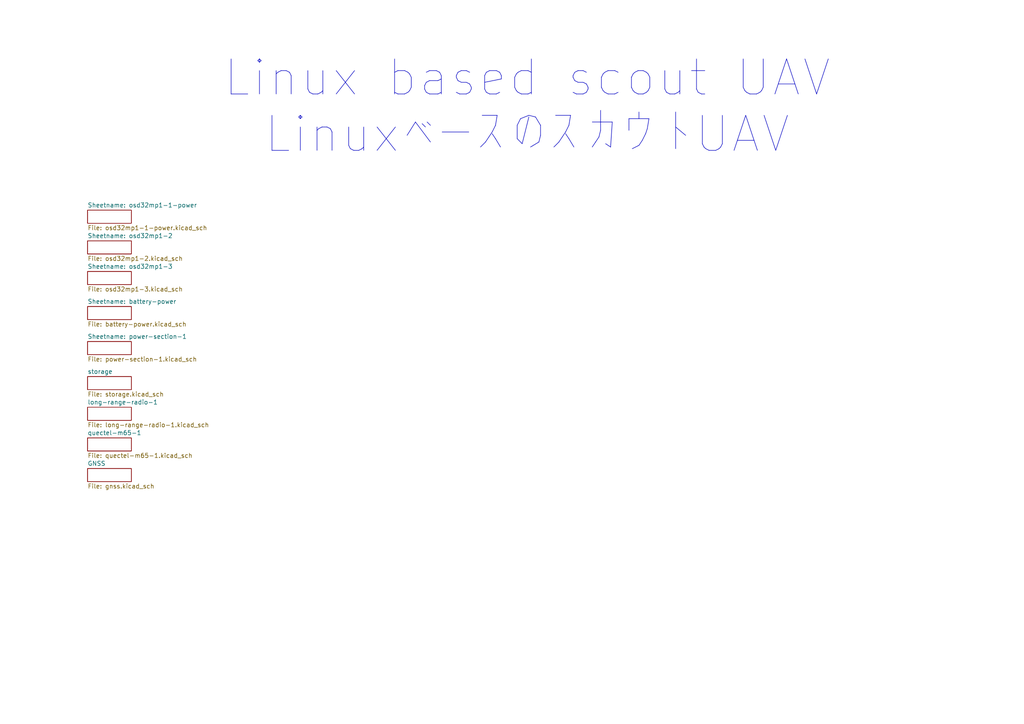
<source format=kicad_sch>
(kicad_sch
	(version 20231120)
	(generator "eeschema")
	(generator_version "8.0")
	(uuid "e9b29a7c-bbe5-4ab4-acee-985586e1266a")
	(paper "A4")
	(lib_symbols)
	(text "Linux based scout UAV\nLinuxベースのスカウトUAV"
		(exclude_from_sim no)
		(at 152.908 30.988 0)
		(effects
			(font
				(face "KiCad Font")
				(size 10.16 10.16)
			)
		)
		(uuid "979bc070-3019-4482-95ea-736359afd564")
	)
	(sheet
		(at 25.4 78.74)
		(size 12.7 3.81)
		(fields_autoplaced yes)
		(stroke
			(width 0.1524)
			(type solid)
		)
		(fill
			(color 0 0 0 0.0000)
		)
		(uuid "11e30b03-ac56-4799-8697-ab8c9af69bda")
		(property "Sheetname" "osd32mp1-3"
			(at 25.4 78.0284 0)
			(show_name yes)
			(effects
				(font
					(size 1.27 1.27)
				)
				(justify left bottom)
			)
		)
		(property "Sheetfile" "osd32mp1-3.kicad_sch"
			(at 25.4 83.1346 0)
			(effects
				(font
					(size 1.27 1.27)
				)
				(justify left top)
			)
		)
		(instances
			(project "linux-based-scout-uav"
				(path "/e9b29a7c-bbe5-4ab4-acee-985586e1266a"
					(page "4")
				)
			)
		)
	)
	(sheet
		(at 25.4 88.9)
		(size 12.7 3.81)
		(fields_autoplaced yes)
		(stroke
			(width 0.1524)
			(type solid)
		)
		(fill
			(color 0 0 0 0.0000)
		)
		(uuid "5c3af416-1467-4fa8-83b8-68cc3641295b")
		(property "Sheetname" "battery-power"
			(at 25.4 88.1884 0)
			(show_name yes)
			(effects
				(font
					(size 1.27 1.27)
				)
				(justify left bottom)
			)
		)
		(property "Sheetfile" "battery-power.kicad_sch"
			(at 25.4 93.2946 0)
			(effects
				(font
					(size 1.27 1.27)
				)
				(justify left top)
			)
		)
		(instances
			(project "linux-based-scout-uav"
				(path "/e9b29a7c-bbe5-4ab4-acee-985586e1266a"
					(page "5")
				)
			)
		)
	)
	(sheet
		(at 25.4 99.06)
		(size 12.7 3.81)
		(fields_autoplaced yes)
		(stroke
			(width 0.1524)
			(type solid)
		)
		(fill
			(color 0 0 0 0.0000)
		)
		(uuid "a91084ce-30c2-4c08-a9de-234ec8328b30")
		(property "Sheetname" "power-section-1"
			(at 25.4 98.3484 0)
			(show_name yes)
			(effects
				(font
					(size 1.27 1.27)
				)
				(justify left bottom)
			)
		)
		(property "Sheetfile" "power-section-1.kicad_sch"
			(at 25.4 103.4546 0)
			(effects
				(font
					(size 1.27 1.27)
				)
				(justify left top)
			)
		)
		(instances
			(project "linux-based-scout-uav"
				(path "/e9b29a7c-bbe5-4ab4-acee-985586e1266a"
					(page "6")
				)
			)
		)
	)
	(sheet
		(at 25.4 127)
		(size 12.7 3.81)
		(fields_autoplaced yes)
		(stroke
			(width 0.1524)
			(type solid)
		)
		(fill
			(color 0 0 0 0.0000)
		)
		(uuid "b0fb3ce5-1b3a-433c-9ac4-077516adadc9")
		(property "Sheetname" "quectel-m65-1"
			(at 25.4 126.2884 0)
			(effects
				(font
					(size 1.27 1.27)
				)
				(justify left bottom)
			)
		)
		(property "Sheetfile" "quectel-m65-1.kicad_sch"
			(at 25.4 131.3946 0)
			(effects
				(font
					(size 1.27 1.27)
				)
				(justify left top)
			)
		)
		(instances
			(project "linux-based-scout-uav"
				(path "/e9b29a7c-bbe5-4ab4-acee-985586e1266a"
					(page "9")
				)
			)
		)
	)
	(sheet
		(at 25.4 60.96)
		(size 12.7 3.81)
		(fields_autoplaced yes)
		(stroke
			(width 0.1524)
			(type solid)
		)
		(fill
			(color 0 0 0 0.0000)
		)
		(uuid "ca9cfa5e-aa01-448c-a102-3f8df19a8422")
		(property "Sheetname" "osd32mp1-1-power"
			(at 25.4 60.2484 0)
			(show_name yes)
			(effects
				(font
					(size 1.27 1.27)
				)
				(justify left bottom)
			)
		)
		(property "Sheetfile" "osd32mp1-1-power.kicad_sch"
			(at 25.4 65.3546 0)
			(effects
				(font
					(size 1.27 1.27)
				)
				(justify left top)
			)
		)
		(instances
			(project "linux-based-scout-uav"
				(path "/e9b29a7c-bbe5-4ab4-acee-985586e1266a"
					(page "2")
				)
			)
		)
	)
	(sheet
		(at 25.4 135.89)
		(size 12.7 3.81)
		(fields_autoplaced yes)
		(stroke
			(width 0.1524)
			(type solid)
		)
		(fill
			(color 0 0 0 0.0000)
		)
		(uuid "e37a2e8f-5c01-4343-930e-9e20e12f83a8")
		(property "Sheetname" "GNSS"
			(at 25.4 135.1784 0)
			(effects
				(font
					(size 1.27 1.27)
				)
				(justify left bottom)
			)
		)
		(property "Sheetfile" "gnss.kicad_sch"
			(at 25.4 140.2846 0)
			(effects
				(font
					(size 1.27 1.27)
				)
				(justify left top)
			)
		)
		(instances
			(project "linux-based-scout-uav"
				(path "/e9b29a7c-bbe5-4ab4-acee-985586e1266a"
					(page "10")
				)
			)
		)
	)
	(sheet
		(at 25.4 69.85)
		(size 12.7 3.81)
		(fields_autoplaced yes)
		(stroke
			(width 0.1524)
			(type solid)
		)
		(fill
			(color 0 0 0 0.0000)
		)
		(uuid "ec3f42cd-4cf8-4535-a092-0d9cee8969c9")
		(property "Sheetname" "osd32mp1-2"
			(at 25.4 69.1384 0)
			(show_name yes)
			(effects
				(font
					(size 1.27 1.27)
				)
				(justify left bottom)
			)
		)
		(property "Sheetfile" "osd32mp1-2.kicad_sch"
			(at 25.4 74.2446 0)
			(effects
				(font
					(size 1.27 1.27)
				)
				(justify left top)
			)
		)
		(instances
			(project "linux-based-scout-uav"
				(path "/e9b29a7c-bbe5-4ab4-acee-985586e1266a"
					(page "3")
				)
			)
		)
	)
	(sheet
		(at 25.4 118.11)
		(size 12.7 3.81)
		(fields_autoplaced yes)
		(stroke
			(width 0.1524)
			(type solid)
		)
		(fill
			(color 0 0 0 0.0000)
		)
		(uuid "ecf4917e-c539-4d94-9930-0d98be4d8645")
		(property "Sheetname" "long-range-radio-1"
			(at 25.4 117.3984 0)
			(effects
				(font
					(size 1.27 1.27)
				)
				(justify left bottom)
			)
		)
		(property "Sheetfile" "long-range-radio-1.kicad_sch"
			(at 25.4 122.5046 0)
			(effects
				(font
					(size 1.27 1.27)
				)
				(justify left top)
			)
		)
		(instances
			(project "linux-based-scout-uav"
				(path "/e9b29a7c-bbe5-4ab4-acee-985586e1266a"
					(page "8")
				)
			)
		)
	)
	(sheet
		(at 25.4 109.22)
		(size 12.7 3.81)
		(fields_autoplaced yes)
		(stroke
			(width 0.1524)
			(type solid)
		)
		(fill
			(color 0 0 0 0.0000)
		)
		(uuid "f4be968c-f899-42aa-ac94-31afc2cbe6bb")
		(property "Sheetname" "storage"
			(at 25.4 108.5084 0)
			(effects
				(font
					(size 1.27 1.27)
				)
				(justify left bottom)
			)
		)
		(property "Sheetfile" "storage.kicad_sch"
			(at 25.4 113.6146 0)
			(effects
				(font
					(size 1.27 1.27)
				)
				(justify left top)
			)
		)
		(instances
			(project "linux-based-scout-uav"
				(path "/e9b29a7c-bbe5-4ab4-acee-985586e1266a"
					(page "7")
				)
			)
		)
	)
	(sheet_instances
		(path "/"
			(page "1")
		)
	)
)

</source>
